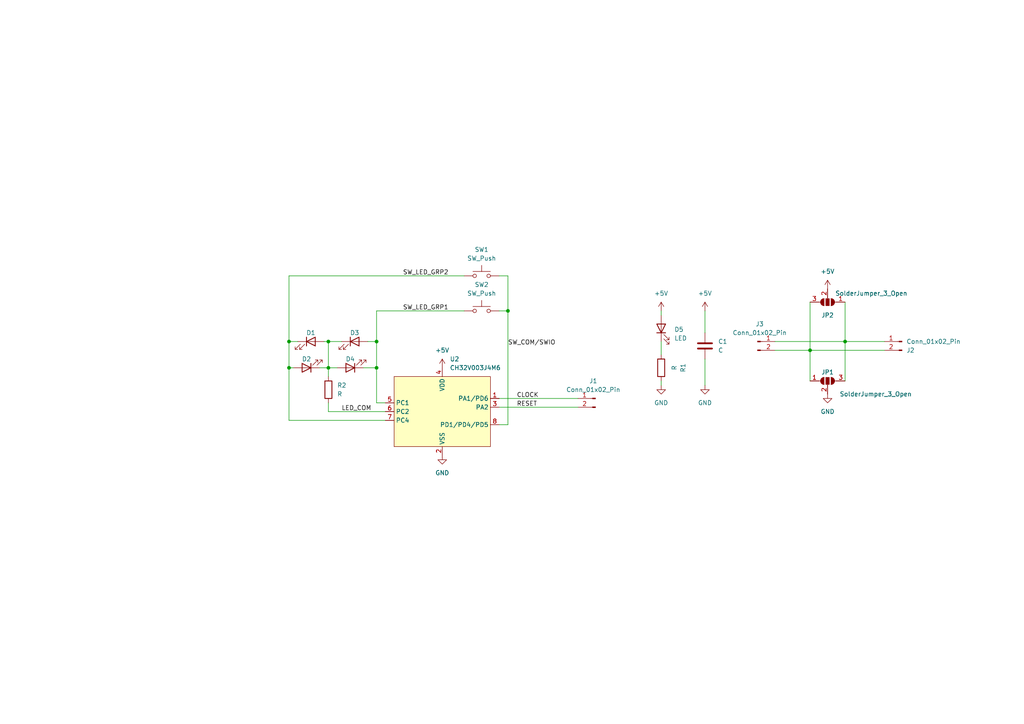
<source format=kicad_sch>
(kicad_sch (version 20230121) (generator eeschema)
  (paper "A4")
  (lib_symbols
    (symbol "Connector:Conn_01x02_Pin" (pin_names (offset 1.016) hide)
      (property "Reference" "J" (at 0 2.54 0))
      (property "Value" "Conn_01x02_Pin" (at 0 -5.08 0))
      (symbol "Conn_01x02_Pin_1_1"
        (polyline (pts (xy 1.27 -2.54) (xy 0.8636 -2.54)) (stroke (width 0.1524)))
        (polyline (pts (xy 1.27 0) (xy 0.8636 0)) (stroke (width 0.1524)))
        (rectangle (start 0.8636 -2.413) (end 0 -2.667) (stroke (width 0.1524)) (fill (type outline)))
        (rectangle (start 0.8636 0.127) (end 0 -0.127) (stroke (width 0.1524)) (fill (type outline)))
        (pin passive line (at 5.08 0 180) (length 3.81) (name "Pin_1") (number "1"))
        (pin passive line (at 5.08 -2.54 180) (length 3.81) (name "Pin_2") (number "2"))
      )
    )
    (symbol "Device:C" (pin_numbers hide) (pin_names (offset 0.254))
      (property "Reference" "C" (at 0.635 2.54 0))
      (property "Value" "C" (at 0.635 -2.54 0))
      (symbol "C_0_1"
        (polyline (pts (xy -2.032 -0.762) (xy 2.032 -0.762)) (stroke (width 0.508)))
        (polyline (pts (xy -2.032 0.762) (xy 2.032 0.762)) (stroke (width 0.508)))
      )
      (symbol "C_1_1"
        (pin passive line (at 0 3.81 270) (length 2.794) (name "~") (number "1"))
        (pin passive line (at 0 -3.81 90) (length 2.794) (name "~") (number "2"))
      )
    )
    (symbol "Device:LED" (pin_numbers hide) (pin_names (offset 1.016) hide)
      (property "Reference" "D" (at 0 2.54 0))
      (property "Value" "LED" (at 0 -2.54 0))
      (symbol "LED_0_1"
        (polyline (pts (xy -1.27 -1.27) (xy -1.27 1.27)) (stroke (width 0.254)))
        (polyline (pts (xy -1.27 0) (xy 1.27 0)))
        (polyline (pts (xy 1.27 -1.27) (xy 1.27 1.27) (xy -1.27 0) (xy 1.27 -1.27)) (stroke (width 0.254)))
        (polyline (pts (xy -3.048 -0.762) (xy -4.572 -2.286) (xy -3.81 -2.286) (xy -4.572 -2.286) (xy -4.572 -1.524)))
        (polyline (pts (xy -1.778 -0.762) (xy -3.302 -2.286) (xy -2.54 -2.286) (xy -3.302 -2.286) (xy -3.302 -1.524)))
      )
      (symbol "LED_1_1"
        (pin passive line (at -3.81 0 0) (length 2.54) (name "K") (number "1"))
        (pin passive line (at 3.81 0 180) (length 2.54) (name "A") (number "2"))
      )
    )
    (symbol "Device:R" (pin_numbers hide) (pin_names (offset 0))
      (property "Reference" "R" (at 2.032 0 90))
      (property "Value" "R" (at 0 0 90))
      (symbol "R_0_1"
        (rectangle (start -1.016 -2.54) (end 1.016 2.54) (stroke (width 0.254)))
      )
      (symbol "R_1_1"
        (pin passive line (at 0 3.81 270) (length 1.27) (name "~") (number "1"))
        (pin passive line (at 0 -3.81 90) (length 1.27) (name "~") (number "2"))
      )
    )
    (symbol "Jumper:SolderJumper_3_Open" (pin_names (offset 0) hide)
      (property "Reference" "JP" (at -2.54 -2.54 0))
      (property "Value" "SolderJumper_3_Open" (at 0 2.794 0))
      (symbol "SolderJumper_3_Open_0_1"
        (arc (start -1.016 1.016) (mid -2.0276 0) (end -1.016 -1.016))
        (arc (start -1.016 1.016) (mid -2.0276 0) (end -1.016 -1.016) (fill (type outline)))
        (rectangle (start -0.508 1.016) (end 0.508 -1.016) (fill (type outline)))
        (polyline (pts (xy -2.54 0) (xy -2.032 0)))
        (polyline (pts (xy -1.016 1.016) (xy -1.016 -1.016)))
        (polyline (pts (xy 0 -1.27) (xy 0 -1.016)))
        (polyline (pts (xy 1.016 1.016) (xy 1.016 -1.016)))
        (polyline (pts (xy 2.54 0) (xy 2.032 0)))
        (arc (start 1.016 -1.016) (mid 2.0276 0) (end 1.016 1.016))
        (arc (start 1.016 -1.016) (mid 2.0276 0) (end 1.016 1.016) (fill (type outline)))
      )
      (symbol "SolderJumper_3_Open_1_1"
        (pin passive line (at -5.08 0 0) (length 2.54) (name "A") (number "1"))
        (pin passive line (at 0 -3.81 90) (length 2.54) (name "C") (number "2"))
        (pin passive line (at 5.08 0 180) (length 2.54) (name "B") (number "3"))
      )
    )
    (symbol "Switch:SW_Push" (pin_numbers hide) (pin_names (offset 1.016) hide)
      (property "Reference" "SW" (at 1.27 2.54 0))
      (property "Value" "SW_Push" (at 0 -1.524 0))
      (symbol "SW_Push_0_1"
        (circle (center -2.032 0) (radius 0.508))
        (polyline (pts (xy 0 1.27) (xy 0 3.048)))
        (polyline (pts (xy 2.54 1.27) (xy -2.54 1.27)))
        (circle (center 2.032 0) (radius 0.508))
        (pin passive line (at -5.08 0 0) (length 2.54) (name "1") (number "1"))
        (pin passive line (at 5.08 0 180) (length 2.54) (name "2") (number "2"))
      )
    )
    (symbol "power:+5V" (power) (pin_names (offset 0))
      (property "Value" "+5V" (at 0 3.556 0))
      (symbol "+5V_0_1"
        (polyline (pts (xy -0.762 1.27) (xy 0 2.54)))
        (polyline (pts (xy 0 0) (xy 0 2.54)))
        (polyline (pts (xy 0 2.54) (xy 0.762 1.27)))
      )
      (symbol "+5V_1_1"
        (pin power_in line (at 0 0 90) (length 0) hide (name "+5V") (number "1"))
      )
    )
    (symbol "power:GND" (power) (pin_names (offset 0))
      (property "Value" "GND" (at 0 -3.81 0))
      (symbol "GND_0_1"
        (polyline (pts (xy 0 0) (xy 0 -1.27) (xy 1.27 -1.27) (xy 0 -2.54) (xy -1.27 -1.27) (xy 0 -1.27)))
      )
      (symbol "GND_1_1"
        (pin power_in line (at 0 0 270) (length 0) hide (name "GND") (number "1"))
      )
    )
    (symbol "wch:CH32V003J4M6"
      (property "Reference" "U" (at -12.7 11.43 0))
      (property "Value" "CH32V003J4M6" (at 10.16 11.43 0))
      (symbol "CH32V003J4M6_1_1"
        (rectangle (start -13.97 10.16) (end 13.97 -10.16) (fill (type background)))
        (pin bidirectional line (at 16.51 3.81 180) (length 2.54) (name "PA1/PD6") (number "1"))
        (pin power_in line (at 0 -12.7 90) (length 2.54) (name "VSS") (number "2"))
        (pin bidirectional line (at 16.51 1.27 180) (length 2.54) (name "PA2") (number "3"))
        (pin power_in line (at 0 12.7 270) (length 2.54) (name "VDD") (number "4"))
        (pin bidirectional line (at -16.51 2.54 0) (length 2.54) (name "PC1") (number "5"))
        (pin bidirectional line (at -16.51 0 0) (length 2.54) (name "PC2") (number "6"))
        (pin bidirectional line (at -16.51 -2.54 0) (length 2.54) (name "PC4") (number "7"))
        (pin bidirectional line (at 16.51 -3.81 180) (length 2.54) (name "PD1/PD4/PD5") (number "8"))
      )
    )
  )
  (junction (at 95.25 99.06))
  (junction (at 234.95 101.6))
  (junction (at 147.32 90.17))
  (junction (at 83.82 99.06))
  (junction (at 83.82 106.68))
  (junction (at 109.22 106.68))
  (junction (at 109.22 99.06))
  (junction (at 95.25 106.68))
  (junction (at 245.11 99.06))
  (wire (pts (xy 95.25 116.84) (xy 95.25 119.38)))
  (wire (pts (xy 224.79 99.06) (xy 245.11 99.06)))
  (wire (pts (xy 83.82 80.01) (xy 83.82 99.06)))
  (wire (pts (xy 234.95 87.63) (xy 234.95 101.6)))
  (wire (pts (xy 234.95 101.6) (xy 234.95 110.49)))
  (wire (pts (xy 109.22 99.06) (xy 109.22 106.68)))
  (wire (pts (xy 83.82 106.68) (xy 83.82 121.92)))
  (wire (pts (xy 95.25 106.68) (xy 97.79 106.68)))
  (wire (pts (xy 83.82 80.01) (xy 134.62 80.01)))
  (wire (pts (xy 83.82 99.06) (xy 83.82 106.68)))
  (wire (pts (xy 93.98 99.06) (xy 95.25 99.06)))
  (wire (pts (xy 147.32 90.17) (xy 147.32 123.19)))
  (wire (pts (xy 109.22 90.17) (xy 134.62 90.17)))
  (wire (pts (xy 95.25 119.38) (xy 111.76 119.38)))
  (wire (pts (xy 83.82 99.06) (xy 86.36 99.06)))
  (wire (pts (xy 95.25 106.68) (xy 95.25 109.22)))
  (wire (pts (xy 144.78 80.01) (xy 147.32 80.01)))
  (wire (pts (xy 191.77 110.49) (xy 191.77 111.76)))
  (wire (pts (xy 105.41 106.68) (xy 109.22 106.68)))
  (wire (pts (xy 245.11 99.06) (xy 256.54 99.06)))
  (wire (pts (xy 83.82 106.68) (xy 85.09 106.68)))
  (wire (pts (xy 95.25 99.06) (xy 95.25 106.68)))
  (wire (pts (xy 245.11 99.06) (xy 245.11 110.49)))
  (wire (pts (xy 144.78 115.57) (xy 167.64 115.57)))
  (wire (pts (xy 191.77 99.06) (xy 191.77 102.87)))
  (wire (pts (xy 224.79 101.6) (xy 234.95 101.6)))
  (wire (pts (xy 204.47 111.76) (xy 204.47 104.14)))
  (wire (pts (xy 109.22 90.17) (xy 109.22 99.06)))
  (wire (pts (xy 144.78 123.19) (xy 147.32 123.19)))
  (wire (pts (xy 147.32 80.01) (xy 147.32 90.17)))
  (wire (pts (xy 83.82 121.92) (xy 111.76 121.92)))
  (wire (pts (xy 144.78 118.11) (xy 167.64 118.11)))
  (wire (pts (xy 109.22 106.68) (xy 109.22 116.84)))
  (wire (pts (xy 95.25 99.06) (xy 99.06 99.06)))
  (wire (pts (xy 92.71 106.68) (xy 95.25 106.68)))
  (wire (pts (xy 109.22 116.84) (xy 111.76 116.84)))
  (wire (pts (xy 204.47 90.17) (xy 204.47 96.52)))
  (wire (pts (xy 245.11 87.63) (xy 245.11 99.06)))
  (wire (pts (xy 144.78 90.17) (xy 147.32 90.17)))
  (wire (pts (xy 106.68 99.06) (xy 109.22 99.06)))
  (wire (pts (xy 191.77 90.17) (xy 191.77 91.44)))
  (wire (pts (xy 234.95 101.6) (xy 256.54 101.6)))
  (label "SW_LED_GRP2" (at 116.84 80.01 0))
  (label "SW_COM{slash}SWIO" (at 147.32 100.33 0))
  (label "RESET" (at 149.86 118.11 0))
  (label "LED_COM" (at 99.06 119.38 0))
  (label "CLOCK" (at 149.86 115.57 0))
  (label "SW_LED_GRP1" (at 116.84 90.17 0))
  (symbol (lib_id "Device:LED") (at 102.87 99.06 0) (unit 1)
    (property "Reference" "D3" (at 102.87 96.52 0))
    (property "Value" "LED" (effects hide))
    (property "Footprint" "LED_SMD:LED_0805_2012Metric_Pad1.15x1.40mm_HandSolder" (effects hide))
  )
  (symbol (lib_id "power:+5V") (at 128.27 106.68 0) (unit 1)
    (property "Reference" "#PWR04" (effects hide))
    (property "Value" "+5V" (at 128.27 101.6 0))
  )
  (symbol (lib_id "power:GND") (at 240.03 114.3 0) (unit 1)
    (property "Reference" "#PWR01" (effects hide))
    (property "Value" "GND" (at 240.03 119.38 0))
  )
  (symbol (lib_id "Connector:Conn_01x02_Pin") (at 172.72 115.57 0) (mirror y) (unit 1)
    (property "Reference" "J1" (at 172.085 110.49 0))
    (property "Value" "Conn_01x02_Pin" (at 172.085 113.03 0))
    (property "Footprint" "Connector_PinHeader_2.54mm:PinHeader_1x02_P2.54mm_Vertical" (effects hide))
  )
  (symbol (lib_id "power:+5V") (at 191.77 90.17 0) (unit 1)
    (property "Reference" "#PWR05" (effects hide))
    (property "Value" "+5V" (at 191.77 85.09 0))
  )
  (symbol (lib_id "Jumper:SolderJumper_3_Open") (at 240.03 110.49 0) (unit 1)
    (property "Reference" "JP1" (at 240.03 107.95 0))
    (property "Value" "SolderJumper_3_Open" (at 254 114.3 0))
    (property "Footprint" "Jumper:SolderJumper-3_P1.3mm_Open_RoundedPad1.0x1.5mm" (effects hide))
  )
  (symbol (lib_id "Switch:SW_Push") (at 139.7 80.01 0) (unit 1)
    (property "Reference" "SW1" (at 139.7 72.39 0))
    (property "Value" "SW_Push" (at 139.7 74.93 0))
    (property "Footprint" "Button_Switch_SMD:SW_Tactile_SPST_NO_Straight_CK_PTS636Sx25SMTRLFS" (effects hide))
  )
  (symbol (lib_id "power:+5V") (at 204.47 90.17 0) (unit 1)
    (property "Reference" "#PWR07" (effects hide))
    (property "Value" "+5V" (at 204.47 85.09 0))
  )
  (symbol (lib_id "Connector:Conn_01x02_Pin") (at 261.62 99.06 0) (mirror y) (unit 1)
    (property "Reference" "J2" (at 262.89 101.6 0) (effects (justify right)))
    (property "Value" "Conn_01x02_Pin" (at 262.89 99.06 0) (effects (justify right)))
    (property "Footprint" "Connector_PinHeader_2.54mm:PinHeader_1x02_P2.54mm_Vertical" (effects hide))
  )
  (symbol (lib_id "power:GND") (at 204.47 111.76 0) (unit 1)
    (property "Reference" "#PWR08" (effects hide))
    (property "Value" "GND" (at 204.47 116.84 0))
  )
  (symbol (lib_id "wch:CH32V003J4M6") (at 128.27 119.38 0) (unit 1)
    (property "Reference" "U2" (at 130.4641 104.14 0) (effects (justify left)))
    (property "Value" "CH32V003J4M6" (at 130.4641 106.68 0) (effects (justify left)))
    (property "Footprint" "Package_SO:SOIC-8_3.9x4.9mm_P1.27mm" (effects hide))
    (property "Datasheet" "http://www.wch-ic.com/downloads/file/359.html" (effects hide))
  )
  (symbol (lib_id "Connector:Conn_01x02_Pin") (at 219.71 99.06 0) (unit 1)
    (property "Reference" "J3" (at 220.345 93.98 0))
    (property "Value" "Conn_01x02_Pin" (at 220.345 96.52 0))
    (property "Footprint" "Connector_PinHeader_2.54mm:PinHeader_1x02_P2.54mm_Vertical" (effects hide))
  )
  (symbol (lib_id "power:+5V") (at 240.03 83.82 0) (unit 1)
    (property "Reference" "#PWR02" (effects hide))
    (property "Value" "+5V" (at 240.03 78.74 0))
  )
  (symbol (lib_id "power:GND") (at 128.27 132.08 0) (unit 1)
    (property "Reference" "#PWR03" (effects hide))
    (property "Value" "GND" (at 128.27 137.16 0))
  )
  (symbol (lib_id "Device:R") (at 95.25 113.03 0) (unit 1)
    (property "Reference" "R2" (at 97.79 111.76 0) (effects (justify left)))
    (property "Value" "R" (at 97.79 114.3 0) (effects (justify left)))
    (property "Footprint" "Resistor_SMD:R_0805_2012Metric_Pad1.20x1.40mm_HandSolder" (effects hide))
  )
  (symbol (lib_id "Device:LED") (at 90.17 99.06 0) (unit 1)
    (property "Reference" "D1" (at 90.17 96.52 0))
    (property "Value" "LED" (effects hide))
    (property "Footprint" "LED_SMD:LED_0805_2012Metric_Pad1.15x1.40mm_HandSolder" (effects hide))
  )
  (symbol (lib_id "Device:LED") (at 191.77 95.25 90) (unit 1)
    (property "Reference" "D5" (at 195.58 95.5675 90) (effects (justify right)))
    (property "Value" "LED" (at 195.58 98.1075 90) (effects (justify right)))
    (property "Footprint" "LED_SMD:LED_0805_2012Metric_Pad1.15x1.40mm_HandSolder" (effects hide))
  )
  (symbol (lib_id "Jumper:SolderJumper_3_Open") (at 240.03 87.63 180) (unit 1)
    (property "Reference" "JP2" (at 240.03 91.44 0))
    (property "Value" "SolderJumper_3_Open" (at 252.73 85.09 0))
    (property "Footprint" "Jumper:SolderJumper-3_P1.3mm_Open_RoundedPad1.0x1.5mm" (effects hide))
  )
  (symbol (lib_id "power:GND") (at 191.77 111.76 0) (unit 1)
    (property "Reference" "#PWR06" (effects hide))
    (property "Value" "GND" (at 191.77 116.84 0))
  )
  (symbol (lib_id "Switch:SW_Push") (at 139.7 90.17 0) (unit 1)
    (property "Reference" "SW2" (at 139.7 82.55 0))
    (property "Value" "SW_Push" (at 139.7 85.09 0))
    (property "Footprint" "Button_Switch_SMD:SW_Tactile_SPST_NO_Straight_CK_PTS636Sx25SMTRLFS" (effects hide))
  )
  (symbol (lib_id "Device:R") (at 191.77 106.68 0) (unit 1)
    (property "Reference" "R1" (at 198.12 106.68 90))
    (property "Value" "R" (at 195.58 106.68 90))
    (property "Footprint" "Resistor_SMD:R_0805_2012Metric_Pad1.20x1.40mm_HandSolder" (effects hide))
  )
  (symbol (lib_id "Device:LED") (at 101.6 106.68 180) (unit 1)
    (property "Reference" "D4" (at 101.6 104.14 0))
    (property "Value" "LED" (effects hide))
    (property "Footprint" "LED_SMD:LED_0805_2012Metric_Pad1.15x1.40mm_HandSolder" (effects hide))
  )
  (symbol (lib_id "Device:C") (at 204.47 100.33 0) (unit 1)
    (property "Reference" "C1" (at 208.28 99.06 0) (effects (justify left)))
    (property "Value" "C" (at 208.28 101.6 0) (effects (justify left)))
    (property "Footprint" "Capacitor_SMD:C_0805_2012Metric_Pad1.18x1.45mm_HandSolder" (effects hide))
  )
  (symbol (lib_id "Device:LED") (at 88.9 106.68 180) (unit 1)
    (property "Reference" "D2" (at 88.9 104.14 0))
    (property "Value" "LED" (effects hide))
    (property "Footprint" "LED_SMD:LED_0805_2012Metric_Pad1.15x1.40mm_HandSolder" (effects hide))
  )
)
</source>
